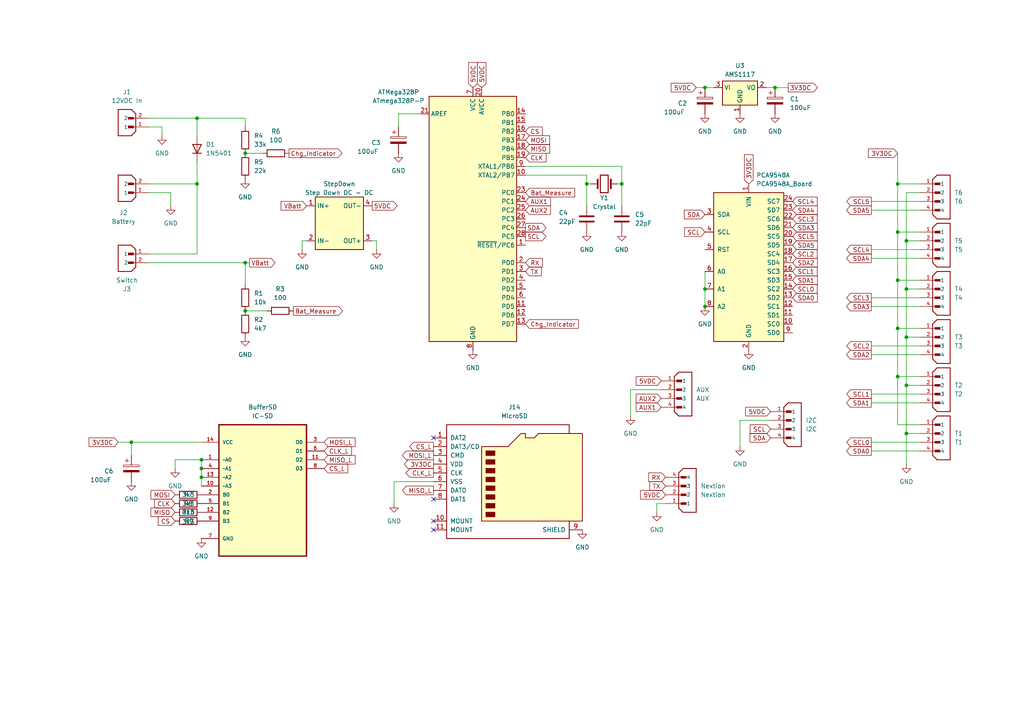
<source format=kicad_sch>
(kicad_sch (version 20231120) (generator "eeschema") (generator_version "8.0")
  (paper "A4")
  (lib_symbols
    (symbol "74VHC125M:74VHC125M" (pin_names (offset 1.016))
      (property "Reference" "U" (at -5.1562 17.8309 0))
      (property "Value" "74VHC125M" (at -4.424 -27.1541 0))
      (symbol "74VHC125M_0_0"
        (rectangle (start -12.7 -22.86) (end 12.7 15.24) (stroke (width 0.4064)) (fill (type background)))
        (pin input line (at -17.78 5.08 0) (length 5.08) (name "~A0") (number "1"))
        (pin input line (at -17.78 -2.54 0) (length 5.08) (name "~A3") (number "10"))
        (pin output line (at 17.78 5.08 180) (length 5.08) (name "O2") (number "11"))
        (pin input line (at -17.78 -10.16 0) (length 5.08) (name "B2") (number "12"))
        (pin input line (at -17.78 0 0) (length 5.08) (name "~A2") (number "13"))
        (pin power_in line (at -17.78 10.16 0) (length 5.08) (name "VCC") (number "14"))
        (pin input line (at -17.78 -5.08 0) (length 5.08) (name "B0") (number "2"))
        (pin output line (at 17.78 10.16 180) (length 5.08) (name "O0") (number "3"))
        (pin input line (at -17.78 2.54 0) (length 5.08) (name "~A1") (number "4"))
        (pin input line (at -17.78 -7.62 0) (length 5.08) (name "B1") (number "5"))
        (pin output line (at 17.78 7.62 180) (length 5.08) (name "O1") (number "6"))
        (pin passive line (at -17.78 -17.78 0) (length 5.08) (name "GND") (number "7"))
        (pin output line (at 17.78 2.54 180) (length 5.08) (name "O3") (number "8"))
        (pin input line (at -17.78 -12.7 0) (length 5.08) (name "B3") (number "9"))
      )
    )
    (symbol "Custom Fania Ersa:Step_Down_Board"
      (property "Reference" "U" (at 15.24 12.7 0))
      (symbol "Step_Down_Board_0_1"
        (rectangle (start 11.43 11.43) (end 25.4 -3.81) (stroke (width 0.254)) (fill (type background)))
      )
      (symbol "Step_Down_Board_1_0"
        (pin input line (at 8.89 8.89 0) (length 2.54) (name "IN+") (number "1"))
        (pin input line (at 8.89 -1.27 0) (length 2.54) (name "IN-") (number "2"))
        (pin output line (at 27.94 -1.27 180) (length 2.54) (name "OUT+") (number "3"))
        (pin output line (at 27.94 8.89 180) (length 2.54) (name "OUT-") (number "4"))
      )
    )
    (symbol "DM3AT-SF-PEJM5:DM3AT-SF-PEJM5" (pin_names (offset 1.016))
      (property "Reference" "J" (at -10.16 20.828 0))
      (property "Value" "DM3AT-SF-PEJM5" (at -2.54 -17.78 0))
      (symbol "DM3AT-SF-PEJM5_0_1"
        (rectangle (start -1.27 -7.62) (end 1.27 -8.89) (stroke (width 0.254)) (fill (type outline)))
        (rectangle (start -1.27 -5.08) (end 1.27 -6.35) (stroke (width 0.254)) (fill (type outline)))
        (rectangle (start -1.27 -2.54) (end 1.27 -3.81) (stroke (width 0.254)) (fill (type outline)))
        (rectangle (start -1.27 0) (end 1.27 -1.27) (stroke (width 0.254)) (fill (type outline)))
        (rectangle (start -1.27 2.54) (end 1.27 1.27) (stroke (width 0.254)) (fill (type outline)))
        (rectangle (start -1.27 5.08) (end 1.27 3.81) (stroke (width 0.254)) (fill (type outline)))
        (rectangle (start -1.27 7.62) (end 1.27 6.35) (stroke (width 0.254)) (fill (type outline)))
        (rectangle (start -1.27 10.16) (end 1.27 8.89) (stroke (width 0.254)) (fill (type outline)))
        (polyline (pts (xy 22.86 15.24) (xy 22.86 17.78) (xy -12.7 17.78) (xy -12.7 -15.24) (xy 22.86 -15.24) (xy 22.86 -10.16)) (stroke (width 0.254)))
        (polyline (pts (xy -2.54 -10.16) (xy -2.54 11.43) (xy 5.08 11.43) (xy 8.89 15.24) (xy 10.16 15.24) (xy 10.16 13.97) (xy 12.7 13.97) (xy 13.97 15.24) (xy 26.67 15.24) (xy 26.67 -10.16) (xy -2.54 -10.16)) (stroke (width 0.254)) (fill (type background)))
      )
      (symbol "DM3AT-SF-PEJM5_1_1"
        (pin bidirectional line (at -16.51 13.97 0) (length 3.81) (name "DAT2") (number "1"))
        (pin passive line (at -16.51 -10.16 0) (length 3.81) (name "MOUNT") (number "10"))
        (pin passive line (at -16.51 -12.7 0) (length 3.81) (name "MOUNT") (number "11"))
        (pin bidirectional line (at -16.51 11.43 0) (length 3.81) (name "DAT3/CD") (number "2"))
        (pin input line (at -16.51 8.89 0) (length 3.81) (name "CMD") (number "3"))
        (pin power_in line (at -16.51 6.35 0) (length 3.81) (name "VDD") (number "4"))
        (pin input line (at -16.51 3.81 0) (length 3.81) (name "CLK") (number "5"))
        (pin power_in line (at -16.51 1.27 0) (length 3.81) (name "VSS") (number "6"))
        (pin bidirectional line (at -16.51 -1.27 0) (length 3.81) (name "DAT0") (number "7"))
        (pin bidirectional line (at -16.51 -3.81 0) (length 3.81) (name "DAT1") (number "8"))
        (pin passive line (at 26.67 -12.7 180) (length 3.81) (name "SHIELD") (number "9"))
      )
    )
    (symbol "Device:C" (pin_numbers hide) (pin_names (offset 0.254))
      (property "Reference" "C" (at 0.635 2.54 0))
      (property "Value" "C" (at 0.635 -2.54 0))
      (symbol "C_0_1"
        (polyline (pts (xy -2.032 -0.762) (xy 2.032 -0.762)) (stroke (width 0.508)))
        (polyline (pts (xy -2.032 0.762) (xy 2.032 0.762)) (stroke (width 0.508)))
      )
      (symbol "C_1_1"
        (pin passive line (at 0 3.81 270) (length 2.794) (name "~") (number "1"))
        (pin passive line (at 0 -3.81 90) (length 2.794) (name "~") (number "2"))
      )
    )
    (symbol "Device:C_Polarized" (pin_numbers hide) (pin_names (offset 0.254))
      (property "Reference" "C" (at 0.635 2.54 0))
      (property "Value" "C_Polarized" (at 0.635 -2.54 0))
      (symbol "C_Polarized_0_1"
        (rectangle (start -2.286 0.508) (end 2.286 1.016))
        (polyline (pts (xy -1.778 2.286) (xy -0.762 2.286)))
        (polyline (pts (xy -1.27 2.794) (xy -1.27 1.778)))
        (rectangle (start 2.286 -0.508) (end -2.286 -1.016) (fill (type outline)))
      )
      (symbol "C_Polarized_1_1"
        (pin passive line (at 0 3.81 270) (length 2.794) (name "~") (number "1"))
        (pin passive line (at 0 -3.81 90) (length 2.794) (name "~") (number "2"))
      )
    )
    (symbol "Device:Crystal" (pin_numbers hide) (pin_names (offset 1.016) hide)
      (property "Reference" "Y" (at 0 3.81 0))
      (property "Value" "Crystal" (at 0 -3.81 0))
      (symbol "Crystal_0_1"
        (rectangle (start -1.143 2.54) (end 1.143 -2.54) (stroke (width 0.3048)))
        (polyline (pts (xy -2.54 0) (xy -1.905 0)))
        (polyline (pts (xy -1.905 -1.27) (xy -1.905 1.27)) (stroke (width 0.508)))
        (polyline (pts (xy 1.905 -1.27) (xy 1.905 1.27)) (stroke (width 0.508)))
        (polyline (pts (xy 2.54 0) (xy 1.905 0)))
      )
      (symbol "Crystal_1_1"
        (pin passive line (at -3.81 0 0) (length 1.27) (name "1") (number "1"))
        (pin passive line (at 3.81 0 180) (length 1.27) (name "2") (number "2"))
      )
    )
    (symbol "Device:R" (pin_numbers hide) (pin_names (offset 0))
      (property "Reference" "R" (at 2.032 0 90))
      (property "Value" "R" (at 0 0 90))
      (symbol "R_0_1"
        (rectangle (start -1.016 -2.54) (end 1.016 2.54) (stroke (width 0.254)))
      )
      (symbol "R_1_1"
        (pin passive line (at 0 3.81 270) (length 1.27) (name "~") (number "1"))
        (pin passive line (at 0 -3.81 90) (length 1.27) (name "~") (number "2"))
      )
    )
    (symbol "Diode:1N5401" (pin_numbers hide) (pin_names hide)
      (property "Reference" "D" (at 0 2.54 0))
      (property "Value" "1N5401" (at 0 -2.54 0))
      (symbol "1N5401_0_1"
        (polyline (pts (xy -1.27 1.27) (xy -1.27 -1.27)) (stroke (width 0.254)))
        (polyline (pts (xy 1.27 0) (xy -1.27 0)))
        (polyline (pts (xy 1.27 1.27) (xy 1.27 -1.27) (xy -1.27 0) (xy 1.27 1.27)) (stroke (width 0.254)))
      )
      (symbol "1N5401_1_1"
        (pin passive line (at -3.81 0 0) (length 2.54) (name "K") (number "1"))
        (pin passive line (at 3.81 0 180) (length 2.54) (name "A") (number "2"))
      )
    )
    (symbol "JST2PINFEMALE:B2B-XH-A" (pin_names (offset 1.016))
      (property "Reference" "J" (at -2.54 6.35 0))
      (property "Value" "JST-2PIN" (at -2.54 -5.08 0))
      (symbol "B2B-XH-A_0_0"
        (rectangle (start -3.175 -0.3175) (end -1.5875 0.3175) (stroke (width 0.1)) (fill (type outline)))
        (rectangle (start -3.175 2.2225) (end -1.5875 2.8575) (stroke (width 0.1)) (fill (type outline)))
        (polyline (pts (xy -3.81 -1.27) (xy -2.54 -2.54)) (stroke (width 0.254)))
        (polyline (pts (xy -3.81 3.81) (xy -3.81 -1.27)) (stroke (width 0.254)))
        (polyline (pts (xy -3.81 3.81) (xy -2.54 5.08)) (stroke (width 0.254)))
        (polyline (pts (xy -2.54 -2.54) (xy 1.27 -2.54)) (stroke (width 0.254)))
        (polyline (pts (xy 1.27 -2.54) (xy 1.27 5.08)) (stroke (width 0.254)))
        (polyline (pts (xy 1.27 5.08) (xy -2.54 5.08)) (stroke (width 0.254)))
        (pin passive line (at -7.62 2.54 0) (length 5.08) (name "1") (number "1"))
        (pin passive line (at -7.62 0 0) (length 5.08) (name "2") (number "2"))
      )
    )
    (symbol "JST4PINFEMALE:B4B-XH-A_LF__SN_" (pin_names (offset 1.016))
      (property "Reference" "J" (at -2.54 6.35 0))
      (property "Value" "JST-4PIN" (at -2.54 -10.16 0))
      (symbol "B4B-XH-A_LF__SN__0_0"
        (rectangle (start -3.175 -5.3975) (end -1.5875 -4.7625) (stroke (width 0.1)) (fill (type outline)))
        (rectangle (start -3.175 -2.8575) (end -1.5875 -2.2225) (stroke (width 0.1)) (fill (type outline)))
        (rectangle (start -3.175 -0.3175) (end -1.5875 0.3175) (stroke (width 0.1)) (fill (type outline)))
        (rectangle (start -3.175 2.2225) (end -1.5875 2.8575) (stroke (width 0.1)) (fill (type outline)))
        (polyline (pts (xy -3.81 -6.35) (xy -2.54 -7.62)) (stroke (width 0.254)))
        (polyline (pts (xy -3.81 3.81) (xy -3.81 -6.35)) (stroke (width 0.254)))
        (polyline (pts (xy -3.81 3.81) (xy -2.54 5.08)) (stroke (width 0.254)))
        (polyline (pts (xy -2.54 -7.62) (xy 1.27 -7.62)) (stroke (width 0.254)))
        (polyline (pts (xy 1.27 -7.62) (xy 1.27 5.08)) (stroke (width 0.254)))
        (polyline (pts (xy 1.27 5.08) (xy -2.54 5.08)) (stroke (width 0.254)))
        (pin passive line (at -7.62 2.54 0) (length 5.08) (name "1") (number "1"))
        (pin passive line (at -7.62 0 0) (length 5.08) (name "2") (number "2"))
        (pin passive line (at -7.62 -2.54 0) (length 5.08) (name "3") (number "3"))
        (pin passive line (at -7.62 -5.08 0) (length 5.08) (name "4") (number "4"))
      )
    )
    (symbol "MCU_Microchip_ATmega:ATmega328P-P"
      (property "Reference" "U" (at -12.7 36.83 0))
      (property "Value" "ATmega328P-P" (at 2.54 -36.83 0))
      (symbol "ATmega328P-P_0_1"
        (rectangle (start -12.7 -35.56) (end 12.7 35.56) (stroke (width 0.254)) (fill (type background)))
      )
      (symbol "ATmega328P-P_1_1"
        (pin bidirectional line (at 15.24 -7.62 180) (length 2.54) (name "~{RESET}/PC6") (number "1"))
        (pin bidirectional line (at 15.24 12.7 180) (length 2.54) (name "XTAL2/PB7") (number "10"))
        (pin bidirectional line (at 15.24 -25.4 180) (length 2.54) (name "PD5") (number "11"))
        (pin bidirectional line (at 15.24 -27.94 180) (length 2.54) (name "PD6") (number "12"))
        (pin bidirectional line (at 15.24 -30.48 180) (length 2.54) (name "PD7") (number "13"))
        (pin bidirectional line (at 15.24 30.48 180) (length 2.54) (name "PB0") (number "14"))
        (pin bidirectional line (at 15.24 27.94 180) (length 2.54) (name "PB1") (number "15"))
        (pin bidirectional line (at 15.24 25.4 180) (length 2.54) (name "PB2") (number "16"))
        (pin bidirectional line (at 15.24 22.86 180) (length 2.54) (name "PB3") (number "17"))
        (pin bidirectional line (at 15.24 20.32 180) (length 2.54) (name "PB4") (number "18"))
        (pin bidirectional line (at 15.24 17.78 180) (length 2.54) (name "PB5") (number "19"))
        (pin bidirectional line (at 15.24 -12.7 180) (length 2.54) (name "PD0") (number "2"))
        (pin power_in line (at 2.54 38.1 270) (length 2.54) (name "AVCC") (number "20"))
        (pin passive line (at -15.24 30.48 0) (length 2.54) (name "AREF") (number "21"))
        (pin passive line (at 0 -38.1 90) (length 2.54) hide (name "GND") (number "22"))
        (pin bidirectional line (at 15.24 7.62 180) (length 2.54) (name "PC0") (number "23"))
        (pin bidirectional line (at 15.24 5.08 180) (length 2.54) (name "PC1") (number "24"))
        (pin bidirectional line (at 15.24 2.54 180) (length 2.54) (name "PC2") (number "25"))
        (pin bidirectional line (at 15.24 0 180) (length 2.54) (name "PC3") (number "26"))
        (pin bidirectional line (at 15.24 -2.54 180) (length 2.54) (name "PC4") (number "27"))
        (pin bidirectional line (at 15.24 -5.08 180) (length 2.54) (name "PC5") (number "28"))
        (pin bidirectional line (at 15.24 -15.24 180) (length 2.54) (name "PD1") (number "3"))
        (pin bidirectional line (at 15.24 -17.78 180) (length 2.54) (name "PD2") (number "4"))
        (pin bidirectional line (at 15.24 -20.32 180) (length 2.54) (name "PD3") (number "5"))
        (pin bidirectional line (at 15.24 -22.86 180) (length 2.54) (name "PD4") (number "6"))
        (pin power_in line (at 0 38.1 270) (length 2.54) (name "VCC") (number "7"))
        (pin power_in line (at 0 -38.1 90) (length 2.54) (name "GND") (number "8"))
        (pin bidirectional line (at 15.24 15.24 180) (length 2.54) (name "XTAL1/PB6") (number "9"))
      )
    )
    (symbol "PCA9548A:PCA9548A" (pin_names (offset 1.016))
      (property "Reference" "U" (at -9.398 22.098 0))
      (property "Value" "PCA9548A_Board" (at -19.05 24.13 0))
      (symbol "PCA9548A_0_0"
        (rectangle (start -10.16 21.59) (end 10.16 -21.59) (stroke (width 0.254)) (fill (type background)))
      )
      (symbol "PCA9548A_1_0"
        (pin power_in line (at 0 24.13 270) (length 2.54) (name "VIN") (number "1"))
        (pin bidirectional line (at 12.7 -16.51 180) (length 2.54) (name "SC0") (number "10"))
        (pin bidirectional line (at 12.7 -13.97 180) (length 2.54) (name "SD1") (number "11"))
        (pin bidirectional line (at 12.7 -11.43 180) (length 2.54) (name "SC1") (number "12"))
        (pin bidirectional line (at 12.7 -8.89 180) (length 2.54) (name "SD2") (number "13"))
        (pin bidirectional line (at 12.7 -6.35 180) (length 2.54) (name "SC2") (number "14"))
        (pin bidirectional line (at 12.7 -3.81 180) (length 2.54) (name "SD3") (number "15"))
        (pin bidirectional line (at 12.7 -1.27 180) (length 2.54) (name "SC3") (number "16"))
        (pin bidirectional line (at 12.7 1.27 180) (length 2.54) (name "SD4") (number "17"))
        (pin bidirectional line (at 12.7 3.81 180) (length 2.54) (name "SC4") (number "18"))
        (pin bidirectional line (at 12.7 6.35 180) (length 2.54) (name "SD5") (number "19"))
        (pin power_in line (at 0 -24.13 90) (length 2.54) (name "GND") (number "2"))
        (pin bidirectional line (at 12.7 8.89 180) (length 2.54) (name "SC5") (number "20"))
        (pin bidirectional line (at 12.7 11.43 180) (length 2.54) (name "SD6") (number "21"))
        (pin bidirectional line (at 12.7 13.97 180) (length 2.54) (name "SC6") (number "22"))
        (pin bidirectional line (at 12.7 16.51 180) (length 2.54) (name "SD7") (number "23"))
        (pin bidirectional line (at 12.7 19.05 180) (length 2.54) (name "SC7") (number "24"))
        (pin bidirectional line (at -12.7 15.24 0) (length 2.54) (name "SDA") (number "3"))
        (pin bidirectional line (at -12.7 10.16 0) (length 2.54) (name "SCL") (number "4"))
        (pin bidirectional line (at -12.7 5.08 0) (length 2.54) (name "RST") (number "5"))
        (pin input line (at -12.7 -1.27 0) (length 2.54) (name "A0") (number "6"))
        (pin input line (at -12.7 -6.35 0) (length 2.54) (name "A1") (number "7"))
        (pin input line (at -12.7 -11.43 0) (length 2.54) (name "A2") (number "8"))
        (pin bidirectional line (at 12.7 -19.05 180) (length 2.54) (name "SD0") (number "9"))
      )
    )
    (symbol "Regulator_Linear:AMS1117-3.3"
      (property "Reference" "U" (at -3.81 3.175 0))
      (property "Value" "AMS1117-3.3" (at 0 3.175 0))
      (symbol "AMS1117-3.3_0_1"
        (rectangle (start -5.08 -5.08) (end 5.08 1.905) (stroke (width 0.254)) (fill (type background)))
      )
      (symbol "AMS1117-3.3_1_1"
        (pin power_in line (at 0 -7.62 90) (length 2.54) (name "GND") (number "1"))
        (pin power_out line (at 7.62 0 180) (length 2.54) (name "VO") (number "2"))
        (pin power_in line (at -7.62 0 0) (length 2.54) (name "VI") (number "3"))
      )
    )
    (symbol "power:GND" (power) (pin_numbers hide) (pin_names (offset 0) hide)
      (property "Value" "GND" (at 0 -3.81 0))
      (symbol "GND_0_1"
        (polyline (pts (xy 0 0) (xy 0 -1.27) (xy 1.27 -1.27) (xy 0 -2.54) (xy -1.27 -1.27) (xy 0 -1.27)))
      )
      (symbol "GND_1_1"
        (pin power_in line (at 0 0 270) (length 0) (name "~") (number "1"))
      )
    )
  )
  (junction (at 204.47 25.4))
  (junction (at 262.89 97.79))
  (junction (at 180.34 53.34))
  (junction (at 260.35 109.22))
  (junction (at 57.15 34.29))
  (junction (at 38.1 128.27))
  (junction (at 204.47 83.82))
  (junction (at 71.12 44.45))
  (junction (at 58.42 133.35))
  (junction (at 262.89 69.85))
  (junction (at 58.42 138.43))
  (junction (at 57.15 53.34))
  (junction (at 170.18 53.34))
  (junction (at 262.89 125.73))
  (junction (at 260.35 95.25))
  (junction (at 260.35 81.28))
  (junction (at 260.35 53.34))
  (junction (at 260.35 67.31))
  (junction (at 224.79 25.4))
  (junction (at 71.12 90.17))
  (junction (at 58.42 135.89))
  (junction (at 71.12 76.2))
  (junction (at 204.47 88.9))
  (junction (at 262.89 83.82))
  (junction (at 262.89 111.76))
  (no_connect (at 125.73 151.13))
  (no_connect (at 125.73 144.78))
  (no_connect (at 125.73 127))
  (no_connect (at 125.73 153.67))
  (wire (pts (xy 109.22 69.85) (xy 109.22 72.39)))
  (wire (pts (xy 266.7 109.22) (xy 260.35 109.22)))
  (wire (pts (xy 180.34 59.69) (xy 180.34 53.34)))
  (wire (pts (xy 182.88 120.65) (xy 182.88 113.03)))
  (wire (pts (xy 34.29 128.27) (xy 38.1 128.27)))
  (wire (pts (xy 262.89 125.73) (xy 262.89 134.62)))
  (wire (pts (xy 190.5 146.05) (xy 193.04 146.05)))
  (wire (pts (xy 252.73 88.9) (xy 266.7 88.9)))
  (wire (pts (xy 252.73 128.27) (xy 266.7 128.27)))
  (wire (pts (xy 43.18 76.2) (xy 71.12 76.2)))
  (wire (pts (xy 115.57 33.02) (xy 121.92 33.02)))
  (wire (pts (xy 262.89 83.82) (xy 266.7 83.82)))
  (wire (pts (xy 266.7 55.88) (xy 262.89 55.88)))
  (wire (pts (xy 262.89 55.88) (xy 262.89 69.85)))
  (wire (pts (xy 71.12 76.2) (xy 71.12 82.55)))
  (wire (pts (xy 71.12 76.2) (xy 72.39 76.2)))
  (wire (pts (xy 58.42 133.35) (xy 58.42 135.89)))
  (wire (pts (xy 114.3 139.7) (xy 125.73 139.7)))
  (wire (pts (xy 224.79 25.4) (xy 228.6 25.4)))
  (wire (pts (xy 58.42 135.89) (xy 58.42 138.43)))
  (wire (pts (xy 180.34 48.26) (xy 180.34 53.34)))
  (wire (pts (xy 260.35 123.19) (xy 260.35 109.22)))
  (wire (pts (xy 262.89 83.82) (xy 262.89 97.79)))
  (wire (pts (xy 152.4 48.26) (xy 180.34 48.26)))
  (wire (pts (xy 38.1 132.08) (xy 38.1 128.27)))
  (wire (pts (xy 180.34 53.34) (xy 179.07 53.34)))
  (wire (pts (xy 57.15 73.66) (xy 57.15 53.34)))
  (wire (pts (xy 71.12 90.17) (xy 77.47 90.17)))
  (wire (pts (xy 260.35 44.45) (xy 260.35 53.34)))
  (wire (pts (xy 109.22 69.85) (xy 107.95 69.85)))
  (wire (pts (xy 262.89 111.76) (xy 262.89 125.73)))
  (wire (pts (xy 214.63 129.54) (xy 214.63 121.92)))
  (wire (pts (xy 204.47 25.4) (xy 207.01 25.4)))
  (wire (pts (xy 262.89 97.79) (xy 262.89 111.76)))
  (wire (pts (xy 252.73 102.87) (xy 266.7 102.87)))
  (wire (pts (xy 190.5 148.59) (xy 190.5 146.05)))
  (wire (pts (xy 222.25 25.4) (xy 224.79 25.4)))
  (wire (pts (xy 260.35 67.31) (xy 260.35 81.28)))
  (wire (pts (xy 266.7 67.31) (xy 260.35 67.31)))
  (wire (pts (xy 50.8 133.35) (xy 58.42 133.35)))
  (wire (pts (xy 252.73 116.84) (xy 266.7 116.84)))
  (wire (pts (xy 266.7 95.25) (xy 260.35 95.25)))
  (wire (pts (xy 46.99 36.83) (xy 46.99 39.37)))
  (wire (pts (xy 57.15 46.99) (xy 57.15 53.34)))
  (wire (pts (xy 204.47 78.74) (xy 204.47 83.82)))
  (wire (pts (xy 170.18 50.8) (xy 170.18 53.34)))
  (wire (pts (xy 252.73 114.3) (xy 266.7 114.3)))
  (wire (pts (xy 214.63 121.92) (xy 223.52 121.92)))
  (wire (pts (xy 57.15 53.34) (xy 43.18 53.34)))
  (wire (pts (xy 170.18 59.69) (xy 170.18 53.34)))
  (wire (pts (xy 87.63 69.85) (xy 88.9 69.85)))
  (wire (pts (xy 262.89 69.85) (xy 266.7 69.85)))
  (wire (pts (xy 87.63 72.39) (xy 87.63 69.85)))
  (wire (pts (xy 252.73 60.96) (xy 266.7 60.96)))
  (wire (pts (xy 170.18 50.8) (xy 152.4 50.8)))
  (wire (pts (xy 114.3 146.05) (xy 114.3 139.7)))
  (wire (pts (xy 252.73 72.39) (xy 266.7 72.39)))
  (wire (pts (xy 262.89 97.79) (xy 266.7 97.79)))
  (wire (pts (xy 252.73 130.81) (xy 266.7 130.81)))
  (wire (pts (xy 58.42 138.43) (xy 58.42 140.97)))
  (wire (pts (xy 57.15 34.29) (xy 43.18 34.29)))
  (wire (pts (xy 252.73 58.42) (xy 266.7 58.42)))
  (wire (pts (xy 50.8 133.35) (xy 50.8 135.89)))
  (wire (pts (xy 49.53 55.88) (xy 43.18 55.88)))
  (wire (pts (xy 262.89 69.85) (xy 262.89 83.82)))
  (wire (pts (xy 71.12 44.45) (xy 76.2 44.45)))
  (wire (pts (xy 71.12 34.29) (xy 71.12 36.83)))
  (wire (pts (xy 43.18 73.66) (xy 57.15 73.66)))
  (wire (pts (xy 260.35 81.28) (xy 260.35 95.25)))
  (wire (pts (xy 266.7 81.28) (xy 260.35 81.28)))
  (wire (pts (xy 57.15 39.37) (xy 57.15 34.29)))
  (wire (pts (xy 38.1 128.27) (xy 58.42 128.27)))
  (wire (pts (xy 201.93 25.4) (xy 204.47 25.4)))
  (wire (pts (xy 260.35 109.22) (xy 260.35 95.25)))
  (wire (pts (xy 204.47 83.82) (xy 204.47 88.9)))
  (wire (pts (xy 170.18 53.34) (xy 171.45 53.34)))
  (wire (pts (xy 252.73 100.33) (xy 266.7 100.33)))
  (wire (pts (xy 262.89 125.73) (xy 266.7 125.73)))
  (wire (pts (xy 57.15 34.29) (xy 71.12 34.29)))
  (wire (pts (xy 262.89 111.76) (xy 266.7 111.76)))
  (wire (pts (xy 49.53 55.88) (xy 49.53 59.69)))
  (wire (pts (xy 266.7 123.19) (xy 260.35 123.19)))
  (wire (pts (xy 260.35 53.34) (xy 266.7 53.34)))
  (wire (pts (xy 252.73 86.36) (xy 266.7 86.36)))
  (wire (pts (xy 182.88 113.03) (xy 191.77 113.03)))
  (wire (pts (xy 260.35 67.31) (xy 260.35 53.34)))
  (wire (pts (xy 43.18 36.83) (xy 46.99 36.83)))
  (wire (pts (xy 115.57 36.83) (xy 115.57 33.02)))
  (wire (pts (xy 252.73 74.93) (xy 266.7 74.93)))
  (global_label "Chg_Indicator" (shape input) (at 152.4 93.98 0) (property "Intersheetrefs" "${INTERSHEET_REFS}" (effects (hide yes))))
  (global_label "SDA4" (shape output) (at 252.73 74.93 180) (property "Intersheetrefs" "${INTERSHEET_REFS}" (effects (hide yes))))
  (global_label "RX" (shape input) (at 152.4 76.2 0) (property "Intersheetrefs" "${INTERSHEET_REFS}" (effects (hide yes))))
  (global_label "AUX1" (shape input) (at 191.77 118.11 180) (property "Intersheetrefs" "${INTERSHEET_REFS}" (effects (hide yes))))
  (global_label "3V3DC" (shape input) (at 260.35 44.45 180) (property "Intersheetrefs" "${INTERSHEET_REFS}" (effects (hide yes))))
  (global_label "SDA0" (shape output) (at 252.73 130.81 180) (property "Intersheetrefs" "${INTERSHEET_REFS}" (effects (hide yes))))
  (global_label "SCL3" (shape input) (at 229.87 63.5 0) (property "Intersheetrefs" "${INTERSHEET_REFS}" (effects (hide yes))))
  (global_label "SCL0" (shape input) (at 229.87 83.82 0) (property "Intersheetrefs" "${INTERSHEET_REFS}" (effects (hide yes))))
  (global_label "MOSI" (shape input) (at 152.4 40.64 0) (property "Intersheetrefs" "${INTERSHEET_REFS}" (effects (hide yes))))
  (global_label "SCL5" (shape input) (at 229.87 68.58 0) (property "Intersheetrefs" "${INTERSHEET_REFS}" (effects (hide yes))))
  (global_label "MOSI_L" (shape input) (at 93.98 128.27 0) (property "Intersheetrefs" "${INTERSHEET_REFS}" (effects (hide yes))))
  (global_label "AUX1" (shape input) (at 152.4 58.42 0) (property "Intersheetrefs" "${INTERSHEET_REFS}" (effects (hide yes))))
  (global_label "SCL" (shape input) (at 223.52 124.46 180) (property "Intersheetrefs" "${INTERSHEET_REFS}" (effects (hide yes))))
  (global_label "MOSI_L" (shape output) (at 125.73 132.08 180) (property "Intersheetrefs" "${INTERSHEET_REFS}" (effects (hide yes))))
  (global_label "SDA" (shape output) (at 152.4 66.04 0) (property "Intersheetrefs" "${INTERSHEET_REFS}" (effects (hide yes))))
  (global_label "SDA" (shape input) (at 204.47 62.23 180) (property "Intersheetrefs" "${INTERSHEET_REFS}" (effects (hide yes))))
  (global_label "CLK" (shape input) (at 50.8 146.05 180) (property "Intersheetrefs" "${INTERSHEET_REFS}" (effects (hide yes))))
  (global_label "RX" (shape input) (at 193.04 138.43 180) (property "Intersheetrefs" "${INTERSHEET_REFS}" (effects (hide yes))))
  (global_label "SDA3" (shape output) (at 252.73 88.9 180) (property "Intersheetrefs" "${INTERSHEET_REFS}" (effects (hide yes))))
  (global_label "5VDC" (shape input) (at 223.52 119.38 180) (property "Intersheetrefs" "${INTERSHEET_REFS}" (effects (hide yes))))
  (global_label "CLK_L" (shape output) (at 125.73 137.16 180) (property "Intersheetrefs" "${INTERSHEET_REFS}" (effects (hide yes))))
  (global_label "5VDC" (shape input) (at 191.77 110.49 180) (property "Intersheetrefs" "${INTERSHEET_REFS}" (effects (hide yes))))
  (global_label "5VDC" (shape input) (at 201.93 25.4 180) (property "Intersheetrefs" "${INTERSHEET_REFS}" (effects (hide yes))))
  (global_label "SCL2" (shape input) (at 229.87 73.66 0) (property "Intersheetrefs" "${INTERSHEET_REFS}" (effects (hide yes))))
  (global_label "SDA2" (shape output) (at 252.73 102.87 180) (property "Intersheetrefs" "${INTERSHEET_REFS}" (effects (hide yes))))
  (global_label "SCL5" (shape output) (at 252.73 58.42 180) (property "Intersheetrefs" "${INTERSHEET_REFS}" (effects (hide yes))))
  (global_label "Bat_Measure" (shape output) (at 85.09 90.17 0) (property "Intersheetrefs" "${INTERSHEET_REFS}" (effects (hide yes))))
  (global_label "Bat_Measure" (shape input) (at 152.4 55.88 0) (property "Intersheetrefs" "${INTERSHEET_REFS}" (effects (hide yes))))
  (global_label "SCL4" (shape output) (at 252.73 72.39 180) (property "Intersheetrefs" "${INTERSHEET_REFS}" (effects (hide yes))))
  (global_label "AUX2" (shape input) (at 152.4 60.96 0) (property "Intersheetrefs" "${INTERSHEET_REFS}" (effects (hide yes))))
  (global_label "SDA5" (shape output) (at 252.73 60.96 180) (property "Intersheetrefs" "${INTERSHEET_REFS}" (effects (hide yes))))
  (global_label "MOSI" (shape input) (at 50.8 143.51 180) (property "Intersheetrefs" "${INTERSHEET_REFS}" (effects (hide yes))))
  (global_label "SDA5" (shape input) (at 229.87 71.12 0) (property "Intersheetrefs" "${INTERSHEET_REFS}" (effects (hide yes))))
  (global_label "CLK_L" (shape input) (at 93.98 130.81 0) (property "Intersheetrefs" "${INTERSHEET_REFS}" (effects (hide yes))))
  (global_label "SDA2" (shape input) (at 229.87 76.2 0) (property "Intersheetrefs" "${INTERSHEET_REFS}" (effects (hide yes))))
  (global_label "SCL2" (shape output) (at 252.73 100.33 180) (property "Intersheetrefs" "${INTERSHEET_REFS}" (effects (hide yes))))
  (global_label "3V3DC" (shape output) (at 228.6 25.4 0) (property "Intersheetrefs" "${INTERSHEET_REFS}" (effects (hide yes))))
  (global_label "SCL1" (shape output) (at 252.73 114.3 180) (property "Intersheetrefs" "${INTERSHEET_REFS}" (effects (hide yes))))
  (global_label "SCL" (shape input) (at 204.47 67.31 180) (property "Intersheetrefs" "${INTERSHEET_REFS}" (effects (hide yes))))
  (global_label "5VDC" (shape input) (at 139.7 25.4 90) (property "Intersheetrefs" "${INTERSHEET_REFS}" (effects (hide yes))))
  (global_label "SDA3" (shape input) (at 229.87 66.04 0) (property "Intersheetrefs" "${INTERSHEET_REFS}" (effects (hide yes))))
  (global_label "MISO_L" (shape output) (at 125.73 142.24 180) (property "Intersheetrefs" "${INTERSHEET_REFS}" (effects (hide yes))))
  (global_label "TX" (shape input) (at 152.4 78.74 0) (property "Intersheetrefs" "${INTERSHEET_REFS}" (effects (hide yes))))
  (global_label "VBatt" (shape input) (at 88.9 59.69 180) (property "Intersheetrefs" "${INTERSHEET_REFS}" (effects (hide yes))))
  (global_label "SDA" (shape input) (at 223.52 127 180) (property "Intersheetrefs" "${INTERSHEET_REFS}" (effects (hide yes))))
  (global_label "CS" (shape input) (at 50.8 151.13 180) (property "Intersheetrefs" "${INTERSHEET_REFS}" (effects (hide yes))))
  (global_label "5VDC" (shape output) (at 107.95 59.69 0) (property "Intersheetrefs" "${INTERSHEET_REFS}" (effects (hide yes))))
  (global_label "MISO" (shape input) (at 152.4 43.18 0) (property "Intersheetrefs" "${INTERSHEET_REFS}" (effects (hide yes))))
  (global_label "SDA1" (shape output) (at 252.73 116.84 180) (property "Intersheetrefs" "${INTERSHEET_REFS}" (effects (hide yes))))
  (global_label "TX" (shape input) (at 193.04 140.97 180) (property "Intersheetrefs" "${INTERSHEET_REFS}" (effects (hide yes))))
  (global_label "3V3DC" (shape output) (at 125.73 134.62 180) (property "Intersheetrefs" "${INTERSHEET_REFS}" (effects (hide yes))))
  (global_label "MISO_L" (shape input) (at 93.98 133.35 0) (property "Intersheetrefs" "${INTERSHEET_REFS}" (effects (hide yes))))
  (global_label "AUX2" (shape input) (at 191.77 115.57 180) (property "Intersheetrefs" "${INTERSHEET_REFS}" (effects (hide yes))))
  (global_label "MISO" (shape input) (at 50.8 148.59 180) (property "Intersheetrefs" "${INTERSHEET_REFS}" (effects (hide yes))))
  (global_label "SCL0" (shape output) (at 252.73 128.27 180) (property "Intersheetrefs" "${INTERSHEET_REFS}" (effects (hide yes))))
  (global_label "SCL1" (shape input) (at 229.87 78.74 0) (property "Intersheetrefs" "${INTERSHEET_REFS}" (effects (hide yes))))
  (global_label "CS_L" (shape output) (at 125.73 129.54 180) (property "Intersheetrefs" "${INTERSHEET_REFS}" (effects (hide yes))))
  (global_label "SCL3" (shape output) (at 252.73 86.36 180) (property "Intersheetrefs" "${INTERSHEET_REFS}" (effects (hide yes))))
  (global_label "SDA4" (shape input) (at 229.87 60.96 0) (property "Intersheetrefs" "${INTERSHEET_REFS}" (effects (hide yes))))
  (global_label "VBatt" (shape output) (at 72.39 76.2 0) (property "Intersheetrefs" "${INTERSHEET_REFS}" (effects (hide yes))))
  (global_label "5VDC" (shape input) (at 137.16 25.4 90) (property "Intersheetrefs" "${INTERSHEET_REFS}" (effects (hide yes))))
  (global_label "SCL" (shape output) (at 152.4 68.58 0) (property "Intersheetrefs" "${INTERSHEET_REFS}" (effects (hide yes))))
  (global_label "CLK" (shape input) (at 152.4 45.72 0) (property "Intersheetrefs" "${INTERSHEET_REFS}" (effects (hide yes))))
  (global_label "SDA1" (shape input) (at 229.87 81.28 0) (property "Intersheetrefs" "${INTERSHEET_REFS}" (effects (hide yes))))
  (global_label "CS" (shape input) (at 152.4 38.1 0) (property "Intersheetrefs" "${INTERSHEET_REFS}" (effects (hide yes))))
  (global_label "SDA0" (shape input) (at 229.87 86.36 0) (property "Intersheetrefs" "${INTERSHEET_REFS}" (effects (hide yes))))
  (global_label "SCL4" (shape input) (at 229.87 58.42 0) (property "Intersheetrefs" "${INTERSHEET_REFS}" (effects (hide yes))))
  (global_label "3V3DC" (shape input) (at 217.17 53.34 90) (property "Intersheetrefs" "${INTERSHEET_REFS}" (effects (hide yes))))
  (global_label "5VDC" (shape input) (at 193.04 143.51 180) (property "Intersheetrefs" "${INTERSHEET_REFS}" (effects (hide yes))))
  (global_label "CS_L" (shape input) (at 93.98 135.89 0) (property "Intersheetrefs" "${INTERSHEET_REFS}" (effects (hide yes))))
  (global_label "Chg_Indicator" (shape output) (at 83.82 44.45 0) (property "Intersheetrefs" "${INTERSHEET_REFS}" (effects (hide yes))))
  (global_label "3V3DC" (shape input) (at 34.29 128.27 180) (property "Intersheetrefs" "${INTERSHEET_REFS}" (effects (hide yes))))
  (symbol (lib_id "Device:R") (at 54.61 143.51 90) (unit 1)
    (property "Reference" "R7" (at 54.61 143.256 90))
    (property "Value" "3k3" (at 54.61 143.51 90))
    (property "Footprint" "Resistor_THT:R_Axial_DIN0207_L6.3mm_D2.5mm_P10.16mm_Horizontal" (effects (hide yes)))
    (property "Description" "Resistor" (effects (hide yes)))
  )
  (symbol (lib_id "JST2PINFEMALE:B2B-XH-A") (at 35.56 53.34 180) (unit 1)
    (property "Reference" "J2" (at 35.814 61.722 0))
    (property "Value" "Battery" (at 35.814 64.262 0))
    (property "Footprint" "Project_Fania_Ersa:JST_B2B-XH-A" (effects (hide yes)))
  )
  (symbol (lib_id "Device:C") (at 170.18 63.5 0) (unit 1)
    (property "Reference" "C4" (at 162.052 61.722 0) (effects (justify left)))
    (property "Value" "22pF" (at 162.052 64.262 0) (effects (justify left)))
    (property "Footprint" "Capacitor_THT:C_Disc_D3.0mm_W1.6mm_P2.50mm" (effects (hide yes)))
    (property "Description" "Unpolarized capacitor" (effects (hide yes)))
  )
  (symbol (lib_id "power:GND") (at 204.47 33.02 0) (unit 1)
    (property "Reference" "#PWR010" (effects (hide yes)))
    (property "Value" "GND" (at 204.47 38.1 0))
    (property "Description" "Power symbol creates a global label with name \"GND\" , ground" (effects (hide yes)))
  )
  (symbol (lib_id "Device:Crystal") (at 175.26 53.34 0) (unit 1)
    (property "Reference" "Y1" (at 175.26 57.404 0))
    (property "Value" "Crystal" (at 175.26 59.944 0))
    (property "Footprint" "Crystal:Crystal_HC49-4H_Vertical" (effects (hide yes)))
    (property "Description" "Two pin crystal" (effects (hide yes)))
  )
  (symbol (lib_id "JST4PINFEMALE:B4B-XH-A_LF__SN_") (at 274.32 55.88 0) (unit 1)
    (property "Reference" "T6" (at 276.86 55.8799 0) (effects (justify left)))
    (property "Value" "T6" (at 276.86 58.4199 0) (effects (justify left)))
    (property "Footprint" "Project_Fania_Ersa:JST_B4B-XH-A_LF__SN_" (effects (hide yes)))
  )
  (symbol (lib_id "Device:R") (at 81.28 90.17 270) (mirror x) (unit 1)
    (property "Reference" "R3" (at 81.28 83.82 90))
    (property "Value" "100" (at 81.28 86.36 90))
    (property "Footprint" "Resistor_THT:R_Axial_DIN0207_L6.3mm_D2.5mm_P10.16mm_Horizontal" (effects (hide yes)))
    (property "Description" "Resistor" (effects (hide yes)))
  )
  (symbol (lib_id "74VHC125M:74VHC125M") (at 76.2 138.43 0) (unit 1)
    (property "Reference" "BufferSD" (at 76.2 118.11 0))
    (property "Value" "IC-SD" (at 76.2 120.65 0))
    (property "Footprint" "Project_Fania_Ersa:SOIC127P600X175-14N" (effects (hide yes)))
    (property "MF" "ON Semiconductor" (effects (hide yes)))
    (property "Description_1" "\nBuffer, Non-Inverting 4 Element 1 Bit per Element 3-State Output 14-TSSOP\n" (effects (hide yes)))
    (property "PACKAGE" "SOIC-14" (effects (hide yes)))
    (property "MPN" "74VHC125M" (effects (hide yes)))
    (property "Price" "None" (effects (hide yes)))
    (property "Package" "SOIC-14 ON Semiconductor" (effects (hide yes)))
    (property "OC_FARNELL" "1014113" (effects (hide yes)))
    (property "SnapEDA_Link" "https://www.snapeda.com/parts/74VHC125M/Onsemi/view-part/?ref=snap" (effects (hide yes)))
    (property "MP" "74VHC125M" (effects (hide yes)))
    (property "SUPPLIER" "Fairchild" (effects (hide yes)))
    (property "OC_NEWARK" "83C5570" (effects (hide yes)))
    (property "Availability" "In Stock" (effects (hide yes)))
    (property "Check_prices" "https://www.snapeda.com/parts/74VHC125M/Onsemi/view-part/?ref=eda" (effects (hide yes)))
  )
  (symbol (lib_id "Device:C_Polarized") (at 224.79 29.21 0) (unit 1)
    (property "Reference" "C1" (at 229.108 28.702 0) (effects (justify left)))
    (property "Value" "100uF" (at 229.108 31.242 0) (effects (justify left)))
    (property "Footprint" "Capacitor_THT:C_Radial_D5.0mm_H11.0mm_P2.00mm" (effects (hide yes)))
    (property "Description" "Polarized capacitor" (effects (hide yes)))
  )
  (symbol (lib_id "Device:C_Polarized") (at 204.47 29.21 0) (unit 1)
    (property "Reference" "C2" (at 196.596 29.972 0) (effects (justify left)))
    (property "Value" "100uF" (at 192.532 32.512 0) (effects (justify left)))
    (property "Footprint" "Capacitor_THT:C_Radial_D5.0mm_H11.0mm_P2.00mm" (effects (hide yes)))
    (property "Description" "Polarized capacitor" (effects (hide yes)))
  )
  (symbol (lib_id "Device:R") (at 54.61 148.59 90) (unit 1)
    (property "Reference" "R10" (at 54.61 148.59 90))
    (property "Value" "3k3" (at 54.61 148.59 90))
    (property "Footprint" "Resistor_THT:R_Axial_DIN0207_L6.3mm_D2.5mm_P10.16mm_Horizontal" (effects (hide yes)))
    (property "Description" "Resistor" (effects (hide yes)))
  )
  (symbol (lib_id "power:GND") (at 224.79 33.02 0) (unit 1)
    (property "Reference" "#PWR011" (effects (hide yes)))
    (property "Value" "GND" (at 224.79 38.1 0))
    (property "Description" "Power symbol creates a global label with name \"GND\" , ground" (effects (hide yes)))
  )
  (symbol (lib_id "Custom Fania Ersa:Step_Down_Board") (at 80.01 68.58 0) (unit 1)
    (property "Reference" "StepDown" (at 98.425 53.34 0))
    (property "Value" "Step Down DC - DC" (at 98.425 55.88 0))
    (property "Footprint" "Project_Fania_Ersa:Step_Down_DCDC" (effects (hide yes)))
  )
  (symbol (lib_id "Device:R") (at 71.12 86.36 0) (unit 1)
    (property "Reference" "R1" (at 73.66 85.0899 0) (effects (justify left)))
    (property "Value" "10k" (at 73.66 87.6299 0) (effects (justify left)))
    (property "Footprint" "Resistor_THT:R_Axial_DIN0207_L6.3mm_D2.5mm_P10.16mm_Horizontal" (effects (hide yes)))
    (property "Description" "Resistor" (effects (hide yes)))
  )
  (symbol (lib_id "Device:C_Polarized") (at 38.1 135.89 0) (unit 1)
    (property "Reference" "C6" (at 30.226 136.652 0) (effects (justify left)))
    (property "Value" "100uF" (at 26.162 139.192 0) (effects (justify left)))
    (property "Footprint" "Capacitor_THT:C_Radial_D5.0mm_H11.0mm_P2.00mm" (effects (hide yes)))
    (property "Description" "Polarized capacitor" (effects (hide yes)))
  )
  (symbol (lib_id "power:GND") (at 109.22 72.39 0) (unit 1)
    (property "Reference" "#PWR07" (effects (hide yes)))
    (property "Value" "GND" (at 109.22 77.47 0))
    (property "Description" "Power symbol creates a global label with name \"GND\" , ground" (effects (hide yes)))
  )
  (symbol (lib_id "power:GND") (at 170.18 67.31 0) (unit 1)
    (property "Reference" "#PWR013" (effects (hide yes)))
    (property "Value" "GND" (at 170.18 72.39 0))
    (property "Description" "Power symbol creates a global label with name \"GND\" , ground" (effects (hide yes)))
  )
  (symbol (lib_id "DM3AT-SF-PEJM5:DM3AT-SF-PEJM5") (at 142.24 140.97 0) (unit 1)
    (property "Reference" "J14" (at 149.225 118.11 0))
    (property "Value" "MicroSD" (at 149.225 120.65 0))
    (property "Footprint" "Project_Fania_Ersa:HRS_DM3AT-SF-PEJM5" (effects (hide yes)))
    (property "MF" "Hirose Electric Co Ltd" (effects (hide yes)))
    (property "MAXIMUM_PACKAGE_HEIGHT" "1.83 mm" (effects (hide yes)))
    (property "Package" "None" (effects (hide yes)))
    (property "Price" "None" (effects (hide yes)))
    (property "Check_prices" "https://www.snapeda.com/parts/DM3AT-SF-PEJM5/Hirose+Electric+Co+Ltd/view-part/?ref=eda" (effects (hide yes)))
    (property "STANDARD" "Manufacturer Recommendations" (effects (hide yes)))
    (property "PARTREV" "20200913" (effects (hide yes)))
    (property "SnapEDA_Link" "https://www.snapeda.com/parts/DM3AT-SF-PEJM5/Hirose+Electric+Co+Ltd/view-part/?ref=snap" (effects (hide yes)))
    (property "MP" "DM3AT-SF-PEJM5" (effects (hide yes)))
    (property "Purchase-URL" "https://www.snapeda.com/api/url_track_click_mouser/?unipart_id=12289146&manufacturer=Hirose Electric Co Ltd&part_name=DM3AT-SF-PEJM5&search_term=micro sd" (effects (hide yes)))
    (property "Description_1" "\n10 (8 + 2) Position Card Connector Secure Digital - microSD™ Surface Mount, Right Angle Gold\n" (effects (hide yes)))
    (property "Availability" "In Stock" (effects (hide yes)))
    (property "MANUFACTURER" "Hirose Electric Co Ltd" (effects (hide yes)))
  )
  (symbol (lib_id "Device:R") (at 54.61 151.13 90) (unit 1)
    (property "Reference" "R9" (at 54.864 151.13 90))
    (property "Value" "3k3" (at 54.61 151.384 90))
    (property "Footprint" "Resistor_THT:R_Axial_DIN0207_L6.3mm_D2.5mm_P10.16mm_Horizontal" (effects (hide yes)))
    (property "Description" "Resistor" (effects (hide yes)))
  )
  (symbol (lib_id "power:GND") (at 262.89 134.62 0) (unit 1)
    (property "Reference" "#PWR016" (effects (hide yes)))
    (property "Value" "GND" (at 262.89 139.7 0))
    (property "Description" "Power symbol creates a global label with name \"GND\" , ground" (effects (hide yes)))
  )
  (symbol (lib_id "power:GND") (at 180.34 67.31 0) (unit 1)
    (property "Reference" "#PWR014" (effects (hide yes)))
    (property "Value" "GND" (at 180.34 72.39 0))
    (property "Description" "Power symbol creates a global label with name \"GND\" , ground" (effects (hide yes)))
  )
  (symbol (lib_id "JST4PINFEMALE:B4B-XH-A_LF__SN_") (at 274.32 97.79 0) (unit 1)
    (property "Reference" "T3" (at 276.86 97.7899 0) (effects (justify left)))
    (property "Value" "T3" (at 276.86 100.3299 0) (effects (justify left)))
    (property "Footprint" "Project_Fania_Ersa:JST_B4B-XH-A_LF__SN_" (effects (hide yes)))
  )
  (symbol (lib_id "power:GND") (at 190.5 148.59 0) (unit 1)
    (property "Reference" "#PWR019" (effects (hide yes)))
    (property "Value" "GND" (at 190.5 153.67 0))
    (property "Description" "Power symbol creates a global label with name \"GND\" , ground" (effects (hide yes)))
  )
  (symbol (lib_id "power:GND") (at 46.99 39.37 0) (unit 1)
    (property "Reference" "#PWR03" (effects (hide yes)))
    (property "Value" "GND" (at 46.99 44.45 0))
    (property "Description" "Power symbol creates a global label with name \"GND\" , ground" (effects (hide yes)))
  )
  (symbol (lib_id "Device:C") (at 180.34 63.5 0) (unit 1)
    (property "Reference" "C5" (at 184.15 62.2299 0) (effects (justify left)))
    (property "Value" "22pF" (at 184.15 64.7699 0) (effects (justify left)))
    (property "Footprint" "Capacitor_THT:C_Disc_D3.0mm_W1.6mm_P2.50mm" (effects (hide yes)))
    (property "Description" "Unpolarized capacitor" (effects (hide yes)))
  )
  (symbol (lib_id "JST2PINFEMALE:B2B-XH-A") (at 35.56 76.2 0) (mirror y) (unit 1)
    (property "Reference" "J3" (at 36.83 83.82 0))
    (property "Value" "Switch" (at 36.83 81.28 0))
    (property "Footprint" "Project_Fania_Ersa:JST_B2B-XH-A" (effects (hide yes)))
  )
  (symbol (lib_id "Regulator_Linear:AMS1117-3.3") (at 214.63 25.4 0) (unit 1)
    (property "Reference" "U3" (at 214.63 19.05 0))
    (property "Value" "AMS1117" (at 214.63 21.59 0))
    (property "Footprint" "Package_TO_SOT_SMD:SOT-223-3_TabPin2" (effects (hide yes)))
    (property "Datasheet" "http://www.advanced-monolithic.com/pdf/ds1117.pdf" (effects (hide yes)))
    (property "Description" "1A Low Dropout regulator, positive, 3.3V fixed output, SOT-223" (effects (hide yes)))
  )
  (symbol (lib_id "Diode:1N5401") (at 57.15 43.18 90) (unit 1)
    (property "Reference" "D1" (at 59.69 41.9099 90) (effects (justify right)))
    (property "Value" "1N5401" (at 59.69 44.4499 90) (effects (justify right)))
    (property "Footprint" "Diode_THT:D_DO-201AD_P15.24mm_Horizontal" (effects (hide yes)))
    (property "Datasheet" "http://www.vishay.com/docs/88516/1n5400.pdf" (effects (hide yes)))
    (property "Description" "100V 3A General Purpose Rectifier Diode, DO-201AD" (effects (hide yes)))
    (property "Sim.Device" "D" (effects (hide yes)))
    (property "Sim.Pins" "1=K 2=A" (effects (hide yes)))
  )
  (symbol (lib_id "Device:R") (at 71.12 48.26 0) (unit 1)
    (property "Reference" "R5" (at 73.66 46.9899 0) (effects (justify left)))
    (property "Value" "22k" (at 73.66 49.5299 0) (effects (justify left)))
    (property "Footprint" "Resistor_THT:R_Axial_DIN0207_L6.3mm_D2.5mm_P10.16mm_Horizontal" (effects (hide yes)))
    (property "Description" "Resistor" (effects (hide yes)))
  )
  (symbol (lib_id "power:GND") (at 50.8 135.89 0) (unit 1)
    (property "Reference" "#PWR022" (effects (hide yes)))
    (property "Value" "GND" (at 50.8 140.97 0))
    (property "Description" "Power symbol creates a global label with name \"GND\" , ground" (effects (hide yes)))
  )
  (symbol (lib_id "JST4PINFEMALE:B4B-XH-A_LF__SN_") (at 231.14 121.92 0) (unit 1)
    (property "Reference" "I2C" (at 233.68 121.9199 0) (effects (justify left)))
    (property "Value" "I2C" (at 233.68 124.4599 0) (effects (justify left)))
    (property "Footprint" "Project_Fania_Ersa:JST_B4B-XH-A_LF__SN_" (effects (hide yes)))
  )
  (symbol (lib_id "JST4PINFEMALE:B4B-XH-A_LF__SN_") (at 274.32 83.82 0) (unit 1)
    (property "Reference" "T4" (at 276.86 83.8199 0) (effects (justify left)))
    (property "Value" "T4" (at 276.86 86.3599 0) (effects (justify left)))
    (property "Footprint" "Project_Fania_Ersa:JST_B4B-XH-A_LF__SN_" (effects (hide yes)))
  )
  (symbol (lib_id "power:GND") (at 137.16 101.6 0) (unit 1)
    (property "Reference" "#PWR01" (effects (hide yes)))
    (property "Value" "GND" (at 137.16 106.68 0))
    (property "Description" "Power symbol creates a global label with name \"GND\" , ground" (effects (hide yes)))
  )
  (symbol (lib_id "power:GND") (at 214.63 33.02 0) (unit 1)
    (property "Reference" "#PWR09" (effects (hide yes)))
    (property "Value" "GND" (at 214.63 38.1 0))
    (property "Description" "Power symbol creates a global label with name \"GND\" , ground" (effects (hide yes)))
  )
  (symbol (lib_id "JST4PINFEMALE:B4B-XH-A_LF__SN_") (at 199.39 113.03 0) (unit 1)
    (property "Reference" "AUX" (at 201.93 113.0299 0) (effects (justify left)))
    (property "Value" "AUX" (at 201.93 115.5699 0) (effects (justify left)))
    (property "Footprint" "Project_Fania_Ersa:JST_B4B-XH-A_LF__SN_" (effects (hide yes)))
  )
  (symbol (lib_id "MCU_Microchip_ATmega:ATmega328P-P") (at 137.16 63.5 0) (unit 1)
    (property "Reference" "ATMega328P" (at 115.57 26.7014 0))
    (property "Value" "ATmega328P-P" (at 115.57 29.2414 0))
    (property "Footprint" "Package_DIP:DIP-28_W7.62mm" (effects (hide yes)))
    (property "Datasheet" "http://ww1.microchip.com/downloads/en/DeviceDoc/ATmega328_P%20AVR%20MCU%20with%20picoPower%20Technology%20Data%20Sheet%2040001984A.pdf" (effects (hide yes)))
    (property "Description" "20MHz, 32kB Flash, 2kB SRAM, 1kB EEPROM, DIP-28" (effects (hide yes)))
  )
  (symbol (lib_id "power:GND") (at 49.53 59.69 0) (unit 1)
    (property "Reference" "#PWR04" (effects (hide yes)))
    (property "Value" "GND" (at 49.53 64.77 0))
    (property "Description" "Power symbol creates a global label with name \"GND\" , ground" (effects (hide yes)))
  )
  (symbol (lib_id "power:GND") (at 182.88 120.65 0) (unit 1)
    (property "Reference" "#PWR020" (effects (hide yes)))
    (property "Value" "GND" (at 182.88 125.73 0))
    (property "Description" "Power symbol creates a global label with name \"GND\" , ground" (effects (hide yes)))
  )
  (symbol (lib_id "JST2PINFEMALE:B2B-XH-A") (at 35.56 34.29 180) (unit 1)
    (property "Reference" "J1" (at 36.83 26.67 0))
    (property "Value" "12VDC In" (at 36.83 29.21 0))
    (property "Footprint" "Project_Fania_Ersa:JST_B2B-XH-A" (effects (hide yes)))
  )
  (symbol (lib_id "Device:R") (at 80.01 44.45 270) (mirror x) (unit 1)
    (property "Reference" "R6" (at 80.01 38.1 90))
    (property "Value" "100" (at 80.01 40.64 90))
    (property "Footprint" "Resistor_THT:R_Axial_DIN0207_L6.3mm_D2.5mm_P10.16mm_Horizontal" (effects (hide yes)))
    (property "Description" "Resistor" (effects (hide yes)))
  )
  (symbol (lib_id "power:GND") (at 204.47 88.9 0) (unit 1)
    (property "Reference" "#PWR015" (effects (hide yes)))
    (property "Value" "GND" (at 204.47 93.98 0))
    (property "Description" "Power symbol creates a global label with name \"GND\" , ground" (effects (hide yes)))
  )
  (symbol (lib_id "power:GND") (at 114.3 146.05 0) (unit 1)
    (property "Reference" "#PWR017" (effects (hide yes)))
    (property "Value" "GND" (at 114.3 151.13 0))
    (property "Description" "Power symbol creates a global label with name \"GND\" , ground" (effects (hide yes)))
  )
  (symbol (lib_id "power:GND") (at 87.63 72.39 0) (unit 1)
    (property "Reference" "#PWR08" (effects (hide yes)))
    (property "Value" "GND" (at 87.63 77.47 0))
    (property "Description" "Power symbol creates a global label with name \"GND\" , ground" (effects (hide yes)))
  )
  (symbol (lib_id "Device:R") (at 71.12 40.64 0) (unit 1)
    (property "Reference" "R4" (at 73.66 39.3699 0) (effects (justify left)))
    (property "Value" "33k" (at 73.66 41.9099 0) (effects (justify left)))
    (property "Footprint" "Resistor_THT:R_Axial_DIN0207_L6.3mm_D2.5mm_P10.16mm_Horizontal" (effects (hide yes)))
    (property "Description" "Resistor" (effects (hide yes)))
  )
  (symbol (lib_id "JST4PINFEMALE:B4B-XH-A_LF__SN_") (at 274.32 125.73 0) (unit 1)
    (property "Reference" "T1" (at 276.86 125.7299 0) (effects (justify left)))
    (property "Value" "T1" (at 276.86 128.2699 0) (effects (justify left)))
    (property "Footprint" "Project_Fania_Ersa:JST_B4B-XH-A_LF__SN_" (effects (hide yes)))
  )
  (symbol (lib_id "JST4PINFEMALE:B4B-XH-A_LF__SN_") (at 274.32 69.85 0) (unit 1)
    (property "Reference" "T5" (at 276.86 69.8499 0) (effects (justify left)))
    (property "Value" "T5" (at 276.86 72.3899 0) (effects (justify left)))
    (property "Footprint" "Project_Fania_Ersa:JST_B4B-XH-A_LF__SN_" (effects (hide yes)))
  )
  (symbol (lib_id "Device:C_Polarized") (at 115.57 40.64 0) (unit 1)
    (property "Reference" "C3" (at 107.696 41.402 0) (effects (justify left)))
    (property "Value" "100uF" (at 103.632 43.942 0) (effects (justify left)))
    (property "Footprint" "Capacitor_THT:C_Radial_D5.0mm_H11.0mm_P2.00mm" (effects (hide yes)))
    (property "Description" "Polarized capacitor" (effects (hide yes)))
  )
  (symbol (lib_id "Device:R") (at 71.12 93.98 0) (unit 1)
    (property "Reference" "R2" (at 73.66 92.7099 0) (effects (justify left)))
    (property "Value" "4k7" (at 73.66 95.2499 0) (effects (justify left)))
    (property "Footprint" "Resistor_THT:R_Axial_DIN0207_L6.3mm_D2.5mm_P10.16mm_Horizontal" (effects (hide yes)))
    (property "Description" "Resistor" (effects (hide yes)))
  )
  (symbol (lib_id "power:GND") (at 168.91 153.67 0) (unit 1)
    (property "Reference" "#PWR024" (effects (hide yes)))
    (property "Value" "GND" (at 168.91 158.75 0))
    (property "Description" "Power symbol creates a global label with name \"GND\" , ground" (effects (hide yes)))
  )
  (symbol (lib_id "power:GND") (at 58.42 156.21 0) (unit 1)
    (property "Reference" "#PWR021" (effects (hide yes)))
    (property "Value" "GND" (at 58.42 161.29 0))
    (property "Description" "Power symbol creates a global label with name \"GND\" , ground" (effects (hide yes)))
  )
  (symbol (lib_id "power:GND") (at 217.17 101.6 0) (unit 1)
    (property "Reference" "#PWR02" (effects (hide yes)))
    (property "Value" "GND" (at 217.17 106.68 0))
    (property "Description" "Power symbol creates a global label with name \"GND\" , ground" (effects (hide yes)))
  )
  (symbol (lib_id "power:GND") (at 115.57 44.45 0) (unit 1)
    (property "Reference" "#PWR012" (effects (hide yes)))
    (property "Value" "GND" (at 115.57 49.53 0))
    (property "Description" "Power symbol creates a global label with name \"GND\" , ground" (effects (hide yes)))
  )
  (symbol (lib_id "power:GND") (at 214.63 129.54 0) (unit 1)
    (property "Reference" "#PWR018" (effects (hide yes)))
    (property "Value" "GND" (at 214.63 134.62 0))
    (property "Description" "Power symbol creates a global label with name \"GND\" , ground" (effects (hide yes)))
  )
  (symbol (lib_id "Device:R") (at 54.61 146.05 90) (unit 1)
    (property "Reference" "R8" (at 54.61 146.05 90))
    (property "Value" "3k3" (at 54.61 146.05 90))
    (property "Footprint" "Resistor_THT:R_Axial_DIN0207_L6.3mm_D2.5mm_P10.16mm_Horizontal" (effects (hide yes)))
    (property "Description" "Resistor" (effects (hide yes)))
  )
  (symbol (lib_id "PCA9548A:PCA9548A") (at 217.17 77.47 0) (unit 1)
    (property "Reference" "PCA9548A" (at 219.3641 50.8 0) (effects (justify left)))
    (property "Value" "PCA9548A_Board" (at 219.3641 53.34 0) (effects (justify left)))
    (property "Footprint" "Project_Fania_Ersa:PCA9548A" (effects (hide yes)))
  )
  (symbol (lib_id "power:GND") (at 38.1 139.7 0) (unit 1)
    (property "Reference" "#PWR023" (effects (hide yes)))
    (property "Value" "GND" (at 38.1 144.78 0))
    (property "Description" "Power symbol creates a global label with name \"GND\" , ground" (effects (hide yes)))
  )
  (symbol (lib_id "JST4PINFEMALE:B4B-XH-A_LF__SN_") (at 274.32 111.76 0) (unit 1)
    (property "Reference" "T2" (at 276.86 111.7599 0) (effects (justify left)))
    (property "Value" "T2" (at 276.86 114.2999 0) (effects (justify left)))
    (property "Footprint" "Project_Fania_Ersa:JST_B4B-XH-A_LF__SN_" (effects (hide yes)))
  )
  (symbol (lib_id "power:GND") (at 71.12 97.79 0) (unit 1)
    (property "Reference" "#PWR05" (effects (hide yes)))
    (property "Value" "GND" (at 71.12 102.87 0))
    (property "Description" "Power symbol creates a global label with name \"GND\" , ground" (effects (hide yes)))
  )
  (symbol (lib_id "power:GND") (at 71.12 52.07 0) (unit 1)
    (property "Reference" "#PWR06" (effects (hide yes)))
    (property "Value" "GND" (at 71.12 57.15 0))
    (property "Description" "Power symbol creates a global label with name \"GND\" , ground" (effects (hide yes)))
  )
  (symbol (lib_id "JST4PINFEMALE:B4B-XH-A_LF__SN_") (at 200.66 143.51 0) (mirror x) (unit 1)
    (property "Reference" "Nextion" (at 203.2 143.5101 0) (effects (justify left)))
    (property "Value" "Nextion" (at 203.2 140.9701 0) (effects (justify left)))
    (property "Footprint" "Project_Fania_Ersa:JST_B4B-XH-A_LF__SN_" (effects (hide yes)))
  )
)
</source>
